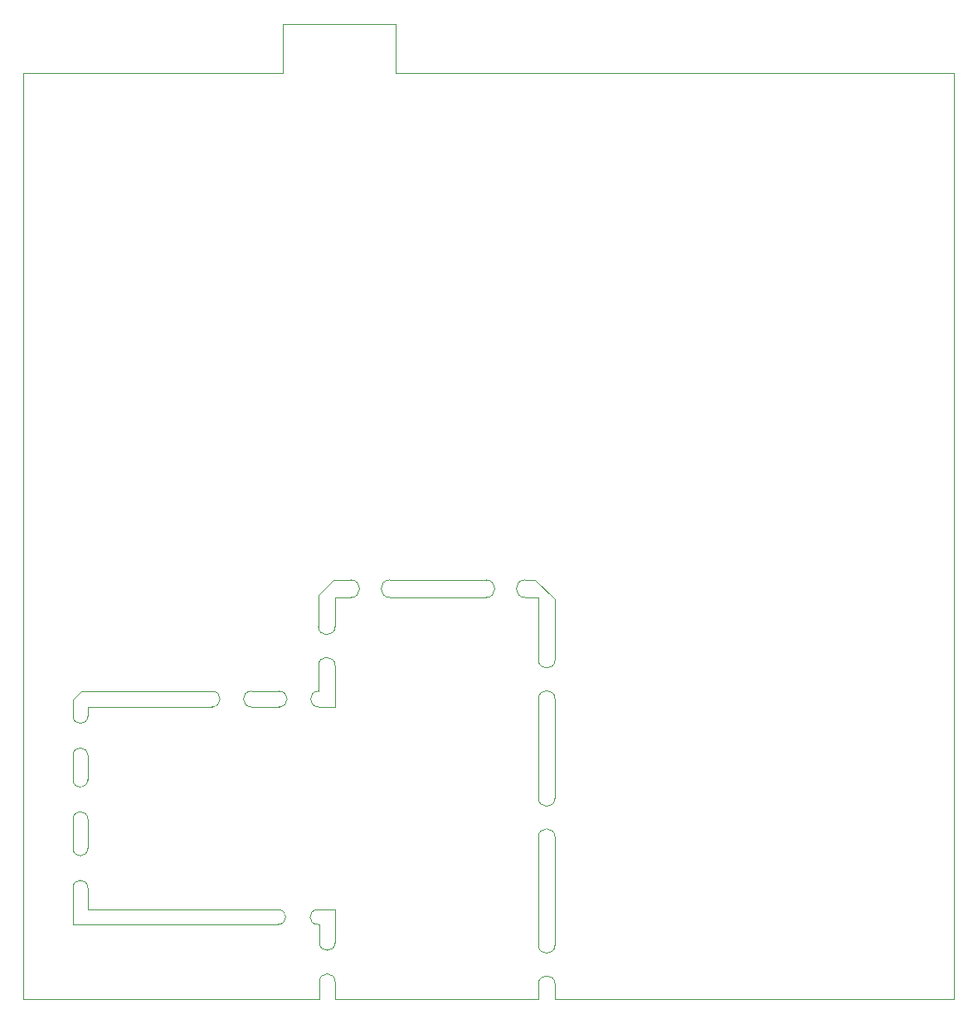
<source format=gbr>
%TF.GenerationSoftware,KiCad,Pcbnew,8.0.4*%
%TF.CreationDate,2024-07-25T19:53:29-07:00*%
%TF.ProjectId,panel_1,70616e65-6c5f-4312-9e6b-696361645f70,rev?*%
%TF.SameCoordinates,Original*%
%TF.FileFunction,Profile,NP*%
%FSLAX46Y46*%
G04 Gerber Fmt 4.6, Leading zero omitted, Abs format (unit mm)*
G04 Created by KiCad (PCBNEW 8.0.4) date 2024-07-25 19:53:29*
%MOMM*%
%LPD*%
G01*
G04 APERTURE LIST*
%TA.AperFunction,Profile*%
%ADD10C,0.050000*%
%TD*%
G04 APERTURE END LIST*
D10*
X49050000Y-101100000D02*
G75*
G02*
X50550000Y-101100000I750000J0D01*
G01*
X95200000Y-78500000D02*
G75*
G02*
X95200000Y-76700000I0J900000D01*
G01*
X74100000Y-85450000D02*
X74100000Y-88050000D01*
X75800000Y-119500000D02*
X96550000Y-119500000D01*
X98250000Y-119500000D02*
X139000000Y-119500000D01*
X49050000Y-104100000D02*
X49050000Y-101100000D01*
X70500000Y-25000000D02*
X44000000Y-25000000D01*
X75800000Y-117700000D02*
X75800000Y-119500000D01*
X74200000Y-117700000D02*
X74200000Y-119500000D01*
X50550000Y-101100000D02*
X50550000Y-104100000D01*
X98250000Y-98950000D02*
G75*
G02*
X96550000Y-98950000I-850000J0D01*
G01*
X74200000Y-119500000D02*
X44000000Y-119500000D01*
X50550000Y-90600000D02*
X50550000Y-89650000D01*
X98250000Y-113950000D02*
X98250000Y-102950000D01*
X91200000Y-76700000D02*
G75*
G02*
X91200000Y-78500000I0J-900000D01*
G01*
X139000000Y-25000000D02*
X82000000Y-25000000D01*
X67250000Y-89650000D02*
G75*
G02*
X67250000Y-88050000I0J800000D01*
G01*
X50550000Y-110350000D02*
X70000000Y-110350000D01*
X75600000Y-76700000D02*
X74100000Y-78200000D01*
X49050000Y-90600000D02*
X49050000Y-88900000D01*
X98250000Y-78700000D02*
X96250000Y-76700000D01*
X98250000Y-117950000D02*
X98250000Y-119500000D01*
X75800000Y-113700000D02*
G75*
G02*
X74200000Y-113700000I-800000J0D01*
G01*
X81400000Y-78500000D02*
G75*
G02*
X81400000Y-76700000I0J900000D01*
G01*
X75800000Y-110350000D02*
X75800000Y-113700000D01*
X98250000Y-98950000D02*
X98250000Y-88850000D01*
X77400000Y-76700000D02*
G75*
G02*
X77400000Y-78500000I0J-900000D01*
G01*
X96550000Y-78500000D02*
X96550000Y-84850000D01*
X91200000Y-76700000D02*
X81400000Y-76700000D01*
X70000000Y-111850000D02*
X49050000Y-111850000D01*
X96550000Y-119500000D02*
X96550000Y-117950000D01*
X50550000Y-90600000D02*
G75*
G02*
X49050000Y-90600000I-750000J0D01*
G01*
X70000000Y-110350000D02*
G75*
G02*
X70000000Y-111850000I0J-750000D01*
G01*
X96550000Y-78500000D02*
X95200000Y-78500000D01*
X75800000Y-89650000D02*
X74100000Y-89650000D01*
X49050000Y-94600000D02*
G75*
G02*
X50550000Y-94600000I750000J0D01*
G01*
X96550000Y-98950000D02*
X96550000Y-88850000D01*
X44000000Y-25000000D02*
X44000000Y-119500000D01*
X70100000Y-88050000D02*
G75*
G02*
X70100000Y-89650000I0J-800000D01*
G01*
X77400000Y-76700000D02*
X75600000Y-76700000D01*
X139000000Y-119500000D02*
X139000000Y-25000000D01*
X50550000Y-108100000D02*
X50550000Y-110350000D01*
X74200000Y-111850000D02*
X74000000Y-111850000D01*
X75800000Y-81450000D02*
X75800000Y-78500000D01*
X50550000Y-94600000D02*
X50550000Y-97100000D01*
X74100000Y-81450000D02*
X74100000Y-78200000D01*
X49050000Y-108100000D02*
G75*
G02*
X50550000Y-108100000I750000J0D01*
G01*
X75800000Y-78500000D02*
X77400000Y-78500000D01*
X74200000Y-117700000D02*
G75*
G02*
X75800000Y-117700000I800000J0D01*
G01*
X50550000Y-97100000D02*
G75*
G02*
X49050000Y-97100000I-750000J0D01*
G01*
X82000000Y-25000000D02*
X82000000Y-20000000D01*
X96250000Y-76700000D02*
X95200000Y-76700000D01*
X91200000Y-78500000D02*
X81400000Y-78500000D01*
X74000000Y-110350000D02*
X75800000Y-110350000D01*
X98250000Y-84850000D02*
G75*
G02*
X96550000Y-84850000I-850000J0D01*
G01*
X49050000Y-88900000D02*
X49900000Y-88050000D01*
X96550000Y-102950000D02*
G75*
G02*
X98250000Y-102950000I850000J0D01*
G01*
X98250000Y-84850000D02*
X98250000Y-78700000D01*
X70500000Y-20000000D02*
X70500000Y-25000000D01*
X49050000Y-108100000D02*
X49050000Y-111850000D01*
X74100000Y-85450000D02*
G75*
G02*
X75800000Y-85450000I850000J0D01*
G01*
X50550000Y-104100000D02*
G75*
G02*
X49050000Y-104100000I-750000J0D01*
G01*
X98250000Y-113950000D02*
G75*
G02*
X96550000Y-113950000I-850000J0D01*
G01*
X70100000Y-89650000D02*
X67250000Y-89650000D01*
X49050000Y-97100000D02*
X49050000Y-94600000D01*
X74100000Y-89650000D02*
G75*
G02*
X74100000Y-88050000I0J800000D01*
G01*
X63250000Y-88050000D02*
G75*
G02*
X63250000Y-89650000I0J-800000D01*
G01*
X75800000Y-81450000D02*
G75*
G02*
X74100000Y-81450000I-850000J0D01*
G01*
X96550000Y-113950000D02*
X96550000Y-102950000D01*
X96550000Y-88850000D02*
G75*
G02*
X98250000Y-88850000I850000J0D01*
G01*
X67250000Y-88050000D02*
X70100000Y-88050000D01*
X63250000Y-88050000D02*
X49900000Y-88050000D01*
X82000000Y-20000000D02*
X70500000Y-20000000D01*
X74000000Y-111850000D02*
G75*
G02*
X74000000Y-110350000I0J750000D01*
G01*
X96550000Y-117950000D02*
G75*
G02*
X98250000Y-117950000I850000J0D01*
G01*
X63250000Y-89650000D02*
X50550000Y-89650000D01*
X74200000Y-113700000D02*
X74200000Y-111850000D01*
X75800000Y-85450000D02*
X75800000Y-89650000D01*
M02*

</source>
